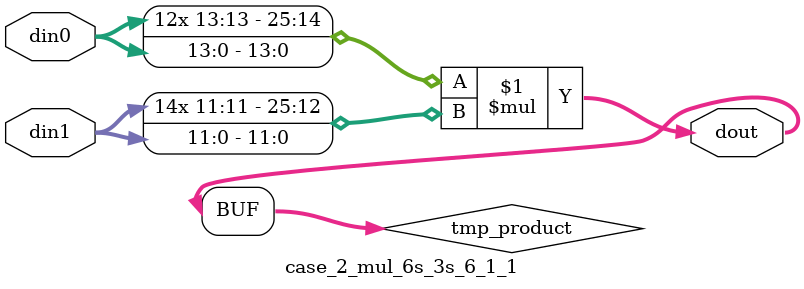
<source format=v>

`timescale 1 ns / 1 ps

 module case_2_mul_6s_3s_6_1_1(din0, din1, dout);
parameter ID = 1;
parameter NUM_STAGE = 0;
parameter din0_WIDTH = 14;
parameter din1_WIDTH = 12;
parameter dout_WIDTH = 26;

input [din0_WIDTH - 1 : 0] din0; 
input [din1_WIDTH - 1 : 0] din1; 
output [dout_WIDTH - 1 : 0] dout;

wire signed [dout_WIDTH - 1 : 0] tmp_product;



























assign tmp_product = $signed(din0) * $signed(din1);








assign dout = tmp_product;





















endmodule

</source>
